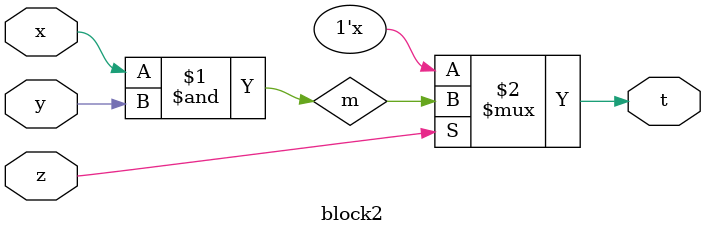
<source format=v>
module block_1(a,b,c,d,f);
    input a,b,c,d;
    output f;
    wire w1,w2,w3,w4;
    xor g1(w1,a,b);
    or g2(w2,w1,c); 
    and g3(w3,d,w1);
    assign w4=w2;
    or g5(f,w3,w4);
endmodule

module block2(x,y,z,t);
    input x,y,z; 
    output t;
    wire m;
    and a1(m,x,y);
    bufif1 b1(t,m,z);
endmodule
</source>
